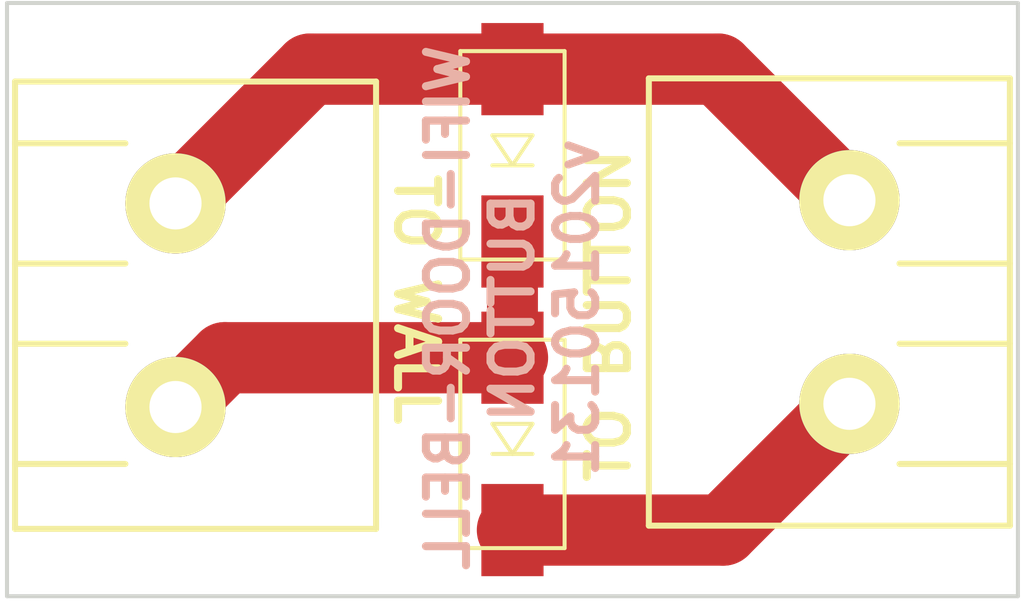
<source format=kicad_pcb>
(kicad_pcb (version 4) (host pcbnew "(2014-jul-16 BZR unknown)-product")

  (general
    (links 5)
    (no_connects 0)
    (area 127.370999 88.070999 153.429001 103.729001)
    (thickness 1.6)
    (drawings 7)
    (tracks 9)
    (zones 0)
    (modules 4)
    (nets 4)
  )

  (page A4)
  (layers
    (0 F.Cu signal)
    (31 B.Cu signal)
    (32 B.Adhes user)
    (33 F.Adhes user)
    (34 B.Paste user)
    (35 F.Paste user)
    (36 B.SilkS user)
    (37 F.SilkS user)
    (38 B.Mask user)
    (39 F.Mask user)
    (40 Dwgs.User user)
    (41 Cmts.User user)
    (42 Eco1.User user)
    (43 Eco2.User user)
    (44 Edge.Cuts user)
    (45 Margin user)
    (46 B.CrtYd user)
    (47 F.CrtYd user)
    (48 B.Fab user)
    (49 F.Fab user)
  )

  (setup
    (last_trace_width 1.778)
    (user_trace_width 1.778)
    (trace_clearance 0.254)
    (zone_clearance 0.508)
    (zone_45_only no)
    (trace_min 0.254)
    (segment_width 0.2)
    (edge_width 0.1)
    (via_size 0.889)
    (via_drill 0.635)
    (via_min_size 0.889)
    (via_min_drill 0.508)
    (uvia_size 0.508)
    (uvia_drill 0.127)
    (uvias_allowed no)
    (uvia_min_size 0.508)
    (uvia_min_drill 0.127)
    (pcb_text_width 0.3)
    (pcb_text_size 1.5 1.5)
    (mod_edge_width 0.15)
    (mod_text_size 1 1)
    (mod_text_width 0.15)
    (pad_size 1.3 1.5)
    (pad_drill 0.6)
    (pad_to_mask_clearance 0)
    (aux_axis_origin 0 0)
    (visible_elements FFFFFF7F)
    (pcbplotparams
      (layerselection 0x010f0_80000001)
      (usegerberextensions true)
      (excludeedgelayer true)
      (linewidth 0.100000)
      (plotframeref false)
      (viasonmask false)
      (mode 1)
      (useauxorigin false)
      (hpglpennumber 1)
      (hpglpenspeed 20)
      (hpglpendiameter 15)
      (hpglpenoverlay 2)
      (psnegative false)
      (psa4output false)
      (plotreference true)
      (plotvalue false)
      (plotinvisibletext false)
      (padsonsilk false)
      (subtractmaskfromsilk false)
      (outputformat 1)
      (mirror false)
      (drillshape 0)
      (scaleselection 1)
      (outputdirectory button-v20140131/))
  )

  (net 0 "")
  (net 1 "Net-(D101-Pad1)")
  (net 2 "Net-(D101-Pad2)")
  (net 3 "Net-(D102-Pad2)")

  (net_class Default "This is the default net class."
    (clearance 0.254)
    (trace_width 0.254)
    (via_dia 0.889)
    (via_drill 0.635)
    (uvia_dia 0.508)
    (uvia_drill 0.127)
    (add_net "Net-(D101-Pad1)")
    (add_net "Net-(D101-Pad2)")
    (add_net "Net-(D102-Pad2)")
  )

  (module kicadlib:DIOM5226X220N (layer F.Cu) (tedit 54CD2224) (tstamp 54CD1F96)
    (at 140.4 92.2 270)
    (path /54CD1E5D)
    (fp_text reference D101 (at 0 2.286 270) (layer F.SilkS) hide
      (effects (font (size 0.6 0.6) (thickness 0.1)))
    )
    (fp_text value DIODESCH (at 0 0 270) (layer F.SilkS) hide
      (effects (font (size 0.6 0.6) (thickness 0.1)))
    )
    (fp_line (start 0.25 -0.5) (end 0.25 0.5) (layer F.SilkS) (width 0.1))
    (fp_line (start -0.5 -0.5) (end -0.5 0.5) (layer F.SilkS) (width 0.1))
    (fp_line (start -0.5 0.5) (end 0.25 0) (layer F.SilkS) (width 0.1))
    (fp_line (start 0.25 0) (end -0.5 -0.5) (layer F.SilkS) (width 0.1))
    (fp_line (start -3.55 -1.75) (end 3.55 -1.75) (layer Cmts.User) (width 0.1))
    (fp_line (start 3.55 -1.75) (end 3.55 1.75) (layer Cmts.User) (width 0.1))
    (fp_line (start 3.55 1.75) (end -3.55 1.75) (layer Cmts.User) (width 0.1))
    (fp_line (start -3.55 1.75) (end -3.55 -1.75) (layer Cmts.User) (width 0.1))
    (fp_line (start -2.6 -1.3) (end 2.6 -1.3) (layer F.SilkS) (width 0.1))
    (fp_line (start 2.6 -1.3) (end 2.6 1.3) (layer F.SilkS) (width 0.1))
    (fp_line (start 2.6 1.3) (end -2.6 1.3) (layer F.SilkS) (width 0.1))
    (fp_line (start -2.6 1.3) (end -2.6 -1.3) (layer F.SilkS) (width 0.1))
    (pad 1 smd rect (at -2.15 0 270) (size 2.3 1.55) (layers F.Cu F.Paste F.Mask)
      (net 1 "Net-(D101-Pad1)"))
    (pad 2 smd rect (at 2.15 0 270) (size 2.3 1.55) (layers F.Cu F.Paste F.Mask)
      (net 2 "Net-(D101-Pad2)"))
  )

  (module kicadlib:DIOM5226X220N (layer F.Cu) (tedit 54CD2220) (tstamp 54CD1F9C)
    (at 140.4 99.4 270)
    (path /54CD2040)
    (fp_text reference D102 (at 0 2.286 270) (layer F.SilkS) hide
      (effects (font (size 0.6 0.6) (thickness 0.1)))
    )
    (fp_text value DIODESCH (at 0 0 270) (layer F.SilkS) hide
      (effects (font (size 0.6 0.6) (thickness 0.1)))
    )
    (fp_line (start 0.25 -0.5) (end 0.25 0.5) (layer F.SilkS) (width 0.1))
    (fp_line (start -0.5 -0.5) (end -0.5 0.5) (layer F.SilkS) (width 0.1))
    (fp_line (start -0.5 0.5) (end 0.25 0) (layer F.SilkS) (width 0.1))
    (fp_line (start 0.25 0) (end -0.5 -0.5) (layer F.SilkS) (width 0.1))
    (fp_line (start -3.55 -1.75) (end 3.55 -1.75) (layer Cmts.User) (width 0.1))
    (fp_line (start 3.55 -1.75) (end 3.55 1.75) (layer Cmts.User) (width 0.1))
    (fp_line (start 3.55 1.75) (end -3.55 1.75) (layer Cmts.User) (width 0.1))
    (fp_line (start -3.55 1.75) (end -3.55 -1.75) (layer Cmts.User) (width 0.1))
    (fp_line (start -2.6 -1.3) (end 2.6 -1.3) (layer F.SilkS) (width 0.1))
    (fp_line (start 2.6 -1.3) (end 2.6 1.3) (layer F.SilkS) (width 0.1))
    (fp_line (start 2.6 1.3) (end -2.6 1.3) (layer F.SilkS) (width 0.1))
    (fp_line (start -2.6 1.3) (end -2.6 -1.3) (layer F.SilkS) (width 0.1))
    (pad 1 smd rect (at -2.15 0 270) (size 2.3 1.55) (layers F.Cu F.Paste F.Mask)
      (net 2 "Net-(D101-Pad2)"))
    (pad 2 smd rect (at 2.15 0 270) (size 2.3 1.55) (layers F.Cu F.Paste F.Mask)
      (net 3 "Net-(D102-Pad2)"))
  )

  (module kicadlib:OST-OSTTA024163 (layer F.Cu) (tedit 54CD220A) (tstamp 54CD1FA2)
    (at 132 93.4 270)
    (path /54CD1DDD)
    (fp_text reference P101 (at 2.5 -2.75 270) (layer F.SilkS) hide
      (effects (font (size 0.6 0.6) (thickness 0.1)))
    )
    (fp_text value TRANSFORMER (at -1.8 -5.5 270) (layer F.SilkS) hide
      (effects (font (size 0.6 0.6) (thickness 0.1)))
    )
    (fp_line (start -5 4.3) (end 10 4.3) (layer Dwgs.User) (width 0.15))
    (fp_line (start -5 4.3) (end -5 -6.25) (layer Cmts.User) (width 0.15))
    (fp_line (start -5 -6.25) (end 10 -6.25) (layer Cmts.User) (width 0.15))
    (fp_line (start 10 -6.25) (end 10 4.3) (layer Cmts.User) (width 0.15))
    (fp_line (start 6.5 1.25) (end 6.5 4) (layer F.SilkS) (width 0.15))
    (fp_line (start 3.5 1.25) (end 3.5 4) (layer F.SilkS) (width 0.15))
    (fp_line (start 1.5 1.25) (end 1.5 4) (layer F.SilkS) (width 0.15))
    (fp_line (start -1.5 1.25) (end -1.5 4) (layer F.SilkS) (width 0.15))
    (fp_line (start -3.04 -5) (end -3.04 4) (layer F.SilkS) (width 0.15))
    (fp_line (start -3.04 4) (end 8.12 4) (layer F.SilkS) (width 0.15))
    (fp_line (start 8.12 4) (end 8.12 -5) (layer F.SilkS) (width 0.15))
    (fp_line (start 8.12 -5) (end -3.04 -5) (layer F.SilkS) (width 0.15))
    (pad 1 thru_hole circle (at 0 0 270) (size 2.5 2.5) (drill 1.3) (layers *.Cu *.Mask F.SilkS)
      (net 1 "Net-(D101-Pad1)"))
    (pad 2 thru_hole circle (at 5.08 0 270) (size 2.5 2.5) (drill 1.3) (layers *.Cu *.Mask F.SilkS)
      (net 2 "Net-(D101-Pad2)"))
  )

  (module kicadlib:OST-OSTTA024163 (layer F.Cu) (tedit 54CD2213) (tstamp 54CD1FA8)
    (at 148.8 98.4 90)
    (path /54CD1E1C)
    (fp_text reference P102 (at 2.5 -2.75 90) (layer F.SilkS) hide
      (effects (font (size 0.6 0.6) (thickness 0.1)))
    )
    (fp_text value BUTTON (at -1.8 -5.5 90) (layer F.SilkS) hide
      (effects (font (size 0.6 0.6) (thickness 0.1)))
    )
    (fp_line (start -5 4.3) (end 10 4.3) (layer Dwgs.User) (width 0.15))
    (fp_line (start -5 4.3) (end -5 -6.25) (layer Cmts.User) (width 0.15))
    (fp_line (start -5 -6.25) (end 10 -6.25) (layer Cmts.User) (width 0.15))
    (fp_line (start 10 -6.25) (end 10 4.3) (layer Cmts.User) (width 0.15))
    (fp_line (start 6.5 1.25) (end 6.5 4) (layer F.SilkS) (width 0.15))
    (fp_line (start 3.5 1.25) (end 3.5 4) (layer F.SilkS) (width 0.15))
    (fp_line (start 1.5 1.25) (end 1.5 4) (layer F.SilkS) (width 0.15))
    (fp_line (start -1.5 1.25) (end -1.5 4) (layer F.SilkS) (width 0.15))
    (fp_line (start -3.04 -5) (end -3.04 4) (layer F.SilkS) (width 0.15))
    (fp_line (start -3.04 4) (end 8.12 4) (layer F.SilkS) (width 0.15))
    (fp_line (start 8.12 4) (end 8.12 -5) (layer F.SilkS) (width 0.15))
    (fp_line (start 8.12 -5) (end -3.04 -5) (layer F.SilkS) (width 0.15))
    (pad 1 thru_hole circle (at 0 0 90) (size 2.5 2.5) (drill 1.3) (layers *.Cu *.Mask F.SilkS)
      (net 3 "Net-(D102-Pad2)"))
    (pad 2 thru_hole circle (at 5.08 0 90) (size 2.5 2.5) (drill 1.3) (layers *.Cu *.Mask F.SilkS)
      (net 1 "Net-(D101-Pad1)"))
  )

  (gr_text "TO BUTTON" (at 142.8 96.2 90) (layer F.SilkS)
    (effects (font (size 1 1) (thickness 0.2)))
  )
  (gr_text "TO WALL" (at 138 95.8 270) (layer F.SilkS)
    (effects (font (size 1 1) (thickness 0.2)))
  )
  (gr_text "WIFI-DOOR-BELL\nBUTTON\nv20150131" (at 140.4 96 90) (layer B.SilkS)
    (effects (font (size 1 1) (thickness 0.2)) (justify mirror))
  )
  (gr_line (start 127.8 103.2) (end 127.8 88.4) (angle 90) (layer Edge.Cuts) (width 0.1))
  (gr_line (start 153 103.2) (end 127.8 103.2) (angle 90) (layer Edge.Cuts) (width 0.1) (tstamp 54CD2045))
  (gr_line (start 153 88.4) (end 153 103.2) (angle 90) (layer Edge.Cuts) (width 0.1))
  (gr_line (start 127.8 88.4) (end 153 88.4) (angle 90) (layer Edge.Cuts) (width 0.1))

  (segment (start 140.4 90.05) (end 145.53 90.05) (width 1.778) (layer F.Cu) (net 1))
  (segment (start 145.53 90.05) (end 148.8 93.32) (width 1.778) (layer F.Cu) (net 1) (tstamp 54CD20F9))
  (segment (start 140.4 90.05) (end 135.35 90.05) (width 1.778) (layer F.Cu) (net 1))
  (segment (start 135.35 90.05) (end 132 93.4) (width 1.778) (layer F.Cu) (net 1) (tstamp 54CD20F6))
  (segment (start 140.4 94.35) (end 140.4 97.25) (width 1.27) (layer F.Cu) (net 2))
  (segment (start 140.4 97.25) (end 133.23 97.25) (width 1.778) (layer F.Cu) (net 2))
  (segment (start 133.23 97.25) (end 132 98.48) (width 1.778) (layer F.Cu) (net 2) (tstamp 54CD20FF))
  (segment (start 140.4 101.55) (end 145.65 101.55) (width 1.778) (layer F.Cu) (net 3))
  (segment (start 145.65 101.55) (end 148.8 98.4) (width 1.778) (layer F.Cu) (net 3) (tstamp 54CD20FC))

)

</source>
